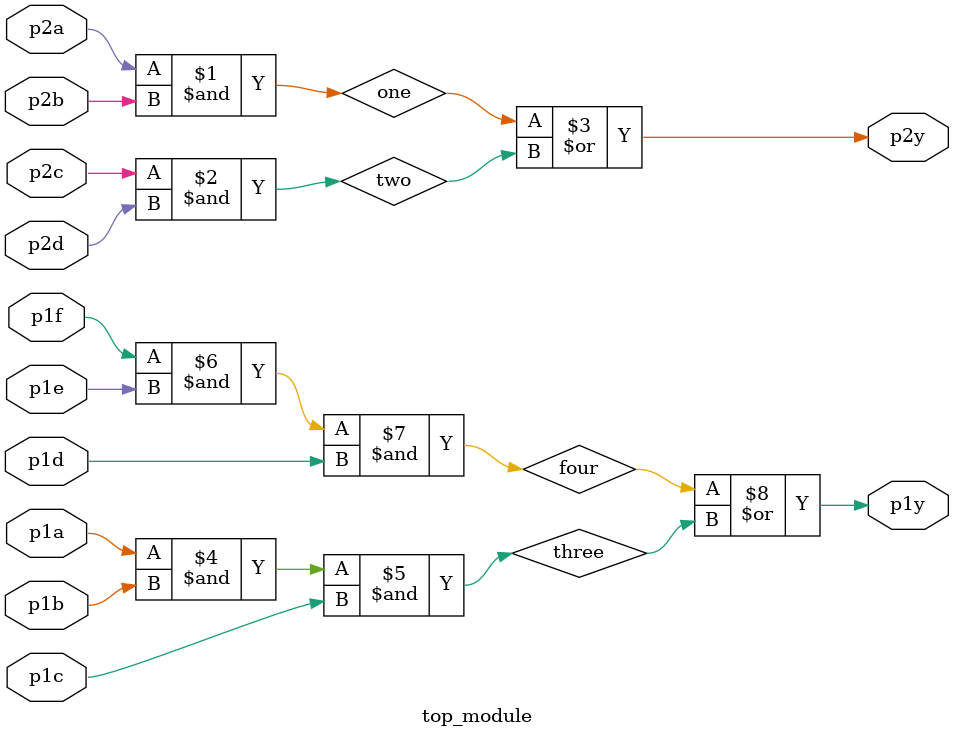
<source format=v>
module top_module ( 
    input p1a, p1b, p1c, p1d, p1e, p1f,
    output p1y,
    input p2a, p2b, p2c, p2d,
    output p2y );
    wire one,two,three,four;
    and(one,p2a,p2b);
    and(two,p2c,p2d);
    or(p2y,one,two);
    and(three,p1a,p1b,p1c);
    and(four,p1f,p1e,p1d);
    or(p1y,four,three);
endmodule
</source>
